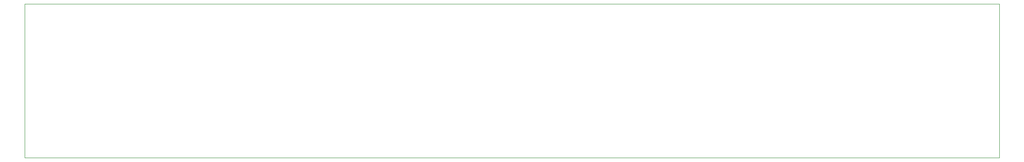
<source format=gm1>
%TF.GenerationSoftware,KiCad,Pcbnew,7.0.1*%
%TF.CreationDate,2023-10-26T23:35:24+05:30*%
%TF.ProjectId,CowTracking,436f7754-7261-4636-9b69-6e672e6b6963,rev?*%
%TF.SameCoordinates,Original*%
%TF.FileFunction,Profile,NP*%
%FSLAX46Y46*%
G04 Gerber Fmt 4.6, Leading zero omitted, Abs format (unit mm)*
G04 Created by KiCad (PCBNEW 7.0.1) date 2023-10-26 23:35:24*
%MOMM*%
%LPD*%
G01*
G04 APERTURE LIST*
%TA.AperFunction,Profile*%
%ADD10C,0.100000*%
%TD*%
G04 APERTURE END LIST*
D10*
X146300000Y-132500000D02*
X336800000Y-132500000D01*
X336800000Y-162600000D01*
X146300000Y-162600000D01*
X146300000Y-132500000D01*
M02*

</source>
